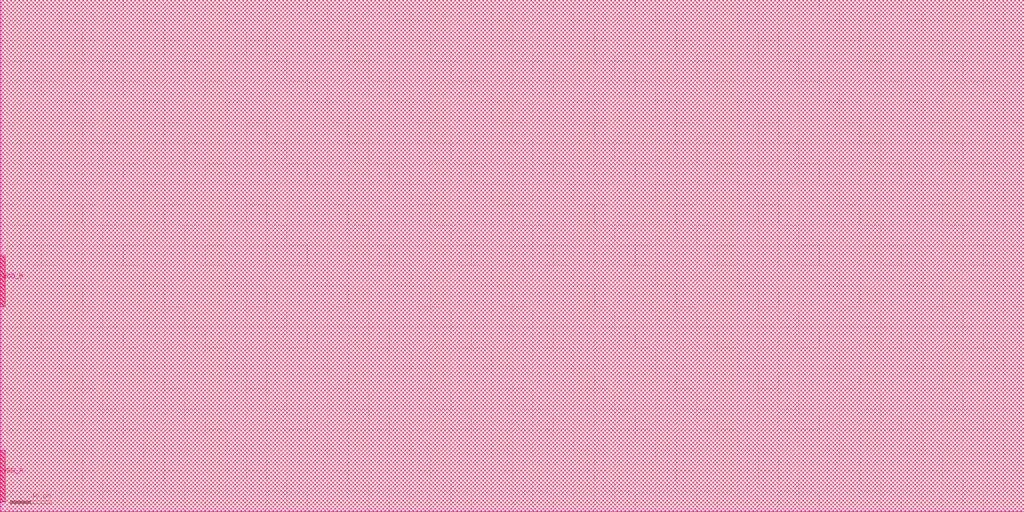
<source format=lef>
VERSION 5.5 ;
NAMESCASESENSITIVE ON ;
#BUSBITCHARS "d" ;
#DIVIDERCHAR "/" ;

SITE unit
  CLASS CORE ;
  SYMMETRY X Y ;
  SIZE 0.2 BY 1.8 ;
END unit


MACRO block1
  CLASS BLOCK ;
  ORIGIN 0 0 ;
  SIZE 1000 BY 500 ;
  SYMMETRY X Y R90 ;

  PIN VDD_A
    DIRECTION INOUT ;
    USE POWER ;
    PORT
    LAYER METAL5 ;
       RECT 0 10 5 60 ;
    LAYER METAL6 ;
       RECT 0 10 5 60 ;
    END 
  END VDD_A
  PIN VDD_B
    DIRECTION INOUT ;
    USE POWER ;
    PORT
    LAYER METAL5 ;
       RECT 0 200 5 250 ;
    LAYER METAL6 ;
       RECT 0 200 5 250 ;
    END
  END VDD_B

  OBS
    LAYER METAL5 ;
       RECT 0 0 1000 500 ;
    LAYER METAL6 ;
       RECT 0 0 1000 500 ;
  END
END block1
  
MACRO block2
  CLASS BLOCK ;
  ORIGIN 0 0 ;
  SIZE 700 BY 600 ;
  SYMMETRY X Y R90 ;

  PIN VDD_A
    DIRECTION INOUT ;
    USE POWER ;
    PORT
    LAYER METAL5 ;
       RECT 0 100 5 150 ;
    END
  END VDD_A

  OBS
    LAYER METAL5 ;
       RECT 0 0 700 600 ;
  END
END block2

MACRO block3
  CLASS BLOCK ;
  ORIGIN 0 0 ;
  SIZE 500 BY 500 ;
  SYMMETRY X Y R90 ;

  PIN VDD_A
    DIRECTION INOUT ;
    USE POWER ;
    PORT
    LAYER METAL3 ;
       RECT 0 50 5 100 ;
    LAYER METAL4 ;
       RECT 0 50 5 100 ;
    END
  END VDD_A

  OBS
    LAYER METAL3 ;
       RECT 0 0 500 500 ;
    LAYER METAL4 ;
       RECT 0 0 500 500 ;
  END
END block3

MACRO block4
  CLASS BLOCK ;
  ORIGIN 0 0 ;
  SIZE 200 BY 200 ;
  SYMMETRY X Y R90 ;

  PIN VDD_A
    DIRECTION INOUT ;
    USE POWER ;
    PORT
    LAYER METAL3 ;
       RECT 0 80 5 120 ;
    LAYER METAL4 ;
       RECT 0 80 5 120 ;
    END
  END VDD_A

  OBS
    LAYER METAL1 ;
       RECT 0 0 200 200 ;
    LAYER METAL2 ;
       RECT 0 0 200 200 ;
    LAYER METAL3 ;
       RECT 0 0 200 200 ;
    LAYER METAL4 ;
       RECT 0 0 200 200 ;
  END
END block4

MACRO block5
  CLASS BLOCK ;
  ORIGIN 0 0 ;
  SIZE 200 BY 1000 ;
  SYMMETRY X Y R90 ;

  PIN VDD_A
    DIRECTION INOUT ;
    USE POWER ;
    PORT
    LAYER METAL5 ;
       RECT 0 200 5 250 ;
    LAYER METAL6 ;
       RECT 0 200 5 250 ;
    END
  END VDD_A

  OBS
    LAYER METAL1 ;
       RECT 0 0 200 1000 ;
    LAYER METAL2 ;
       RECT 0 0 200 1000 ;
    LAYER METAL3 ;
       RECT 0 0 200 1000 ;
    LAYER METAL4 ;
       RECT 0 0 200 1000 ;
    LAYER METAL5 ;
       RECT 0 0 200 1000 ;
    LAYER METAL6 ;
       RECT 0 0 200 1000 ;
  END
END block5

MACRO block6
  CLASS BLOCK ;
  ORIGIN 0 0 ;
  SIZE 300 BY 300 ;
  SYMMETRY X Y R90 ;

  PIN VDD_A
    DIRECTION INOUT ;
    USE POWER ;
    PORT
    LAYER METAL6 ;
       RECT 0 100 5 200 ;
    END
  END VDD_A

  OBS
    LAYER METAL6 ;
       RECT 0 0 300 300 ;
  END
END block6

MACRO block7
  CLASS BLOCK ;
  ORIGIN 0 0 ;
  SIZE 100 BY 200 ;
  SYMMETRY X Y R90 ;

  PIN VDD_A
    DIRECTION INOUT ;
    USE POWER ;
    PORT
    LAYER METAL5 ;
       RECT 0 50 5 70 ;
    LAYER METAL6 ;
       RECT 0 50 5 70 ;
    END
  END VDD_A

  OBS
    LAYER METAL1 ;
       RECT 0 0 100 200 ;
    LAYER METAL2 ;
       RECT 0 0 100 200 ;
    LAYER METAL3 ;
       RECT 0 0 100 200 ;
    LAYER METAL4 ;
       RECT 0 0 100 200 ;
    LAYER METAL5 ;
       RECT 0 0 100 200 ;
    LAYER METAL6 ;
       RECT 0 0 100 200 ;
  END
END block7

MACRO block8
  CLASS BLOCK ;
  ORIGIN 0 0 ;
  SIZE 50 BY 300 ;
  SYMMETRY X Y R90 ;

  PIN VDD_A
    DIRECTION INOUT ;
    USE POWER ;
    PORT
    LAYER METAL4 ;
       RECT 0 50 5 70 ;
    END
  END VDD_A

  OBS
    LAYER METAL4 ;
       RECT 0 0 50 300 ;
  END
END block8


MACRO block9
  CLASS BLOCK ;
  ORIGIN 0 0 ;
  SIZE 250 BY 700 ;
  SYMMETRY X Y R90 ;

  PIN VDD_A
    DIRECTION INOUT ;
    USE POWER ;
    PORT
    LAYER METAL5 ;
       RECT 0 150 5 180 ;
    LAYER METAL6 ;
       RECT 0 150 5 180 ;
    END
  END VDD_A
  PIN VDD_B
    DIRECTION INOUT ;
    USE POWER ;
    PORT
    LAYER METAL5 ;
       RECT 0 250 5 280 ;
    LAYER METAL6 ;
       RECT 0 250 5 280 ;
    END
  END VDD_B
  PIN VDD_C
    DIRECTION INOUT ;
    USE POWER ;
    PORT
    LAYER METAL5 ;
       RECT 0 350 5 380 ;
    LAYER METAL6 ;
       RECT 0 350 5 380 ;
    END
  END VDD_C
  PIN VDD_D
    DIRECTION INOUT ;
    USE POWER ;
    PORT
    LAYER METAL5 ;
       RECT 0 450 5 480 ;
    LAYER METAL6 ;
       RECT 0 450 5 480 ;
    END
  END VDD_D
  PIN VDD_E
    DIRECTION INOUT ;
    USE POWER ;
    PORT
    LAYER METAL5 ;
       RECT 0 550 5 580 ;
    LAYER METAL6 ;
       RECT 0 550 5 580 ;
    END
  END VDD_E

  OBS
    LAYER METAL1 ;
       RECT 0 0 250 700 ;
    LAYER METAL2 ; 
       RECT 0 0 250 700 ;
    LAYER METAL3 ; 
       RECT 0 0 250 700 ;
    LAYER METAL4 ;
       RECT 0 0 250 700 ;
    LAYER METAL5 ;
       RECT 0 0 250 700 ;
    LAYER METAL6 ;
       RECT 0 0 250 700 ;
  END  
END block9


END LIBRARY

</source>
